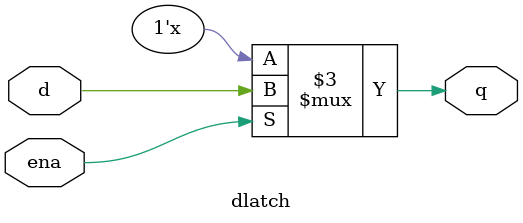
<source format=sv>
module dlatch 
(
  input d, 
  input ena,
  output q
);

  always @(*) begin
    if (ena) begin
      q = d;
    end
  end

endmodule
</source>
